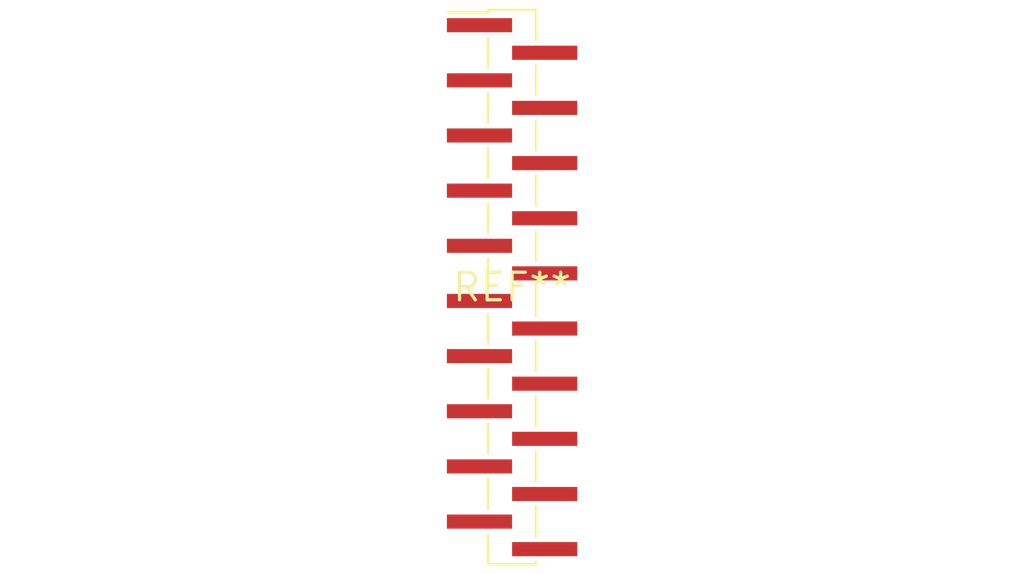
<source format=kicad_pcb>
(kicad_pcb (version 20240108) (generator pcbnew)
  (layers (0 "F.Cu" signal) (31 "B.Cu" signal) (34 "B.Paste" user) (35 "F.Paste" user) (36 "B.SilkS" user "B.Silkscreen") (37 "F.SilkS" user "F.Silkscreen") (38 "B.Mask" user) (39 "F.Mask" user) (44 "Edge.Cuts" user))
  (net 0 "")
  (footprint "PinHeader_1x20_P1.27mm_Vertical_SMD_Pin1Left" (layer "F.Cu") (at 0 0)
    (property "Reference" "REF**")
    (property "Value" "PinHeader_1x20_P1.27mm_Vertical_SMD_Pin1Left")
    (fp_line (start -1.11 -12.76) (end -1.11 -12.65) (layer "F.SilkS") (stroke (width 0.12)))
    (fp_line (start -1.11 -12.76) (end 1.11 -12.76) (layer "F.SilkS") (stroke (width 0.12)))
    (fp_line (start -1.11 -12.65) (end -2.94 -12.65) (layer "F.SilkS") (stroke (width 0.12)))
    (fp_line (start -1.11 -11.48) (end -1.11 -10.11) (layer "F.SilkS") (stroke (width 0.12)))
    (fp_line (start -1.11 -8.94) (end -1.11 -7.57) (layer "F.SilkS") (stroke (width 0.12)))
    (fp_line (start -1.11 -6.4) (end -1.11 -5.03) (layer "F.SilkS") (stroke (width 0.12)))
    (fp_line (start -1.11 -3.86) (end -1.11 -2.49) (layer "F.SilkS") (stroke (width 0.12)))
    (fp_line (start -1.11 -1.32) (end -1.11 0.05) (layer "F.SilkS") (stroke (width 0.12)))
    (fp_line (start -1.11 1.22) (end -1.11 2.59) (layer "F.SilkS") (stroke (width 0.12)))
    (fp_line (start -1.11 3.76) (end -1.11 5.13) (layer "F.SilkS") (stroke (width 0.12)))
    (fp_line (start -1.11 6.3) (end -1.11 7.67) (layer "F.SilkS") (stroke (width 0.12)))
    (fp_line (start -1.11 8.84) (end -1.11 10.21) (layer "F.SilkS") (stroke (width 0.12)))
    (fp_line (start -1.11 11.38) (end -1.11 12.75) (layer "F.SilkS") (stroke (width 0.12)))
    (fp_line (start -1.11 12.76) (end 1.11 12.76) (layer "F.SilkS") (stroke (width 0.12)))
    (fp_line (start 1.11 -12.75) (end 1.11 -11.38) (layer "F.SilkS") (stroke (width 0.12)))
    (fp_line (start 1.11 -10.21) (end 1.11 -8.84) (layer "F.SilkS") (stroke (width 0.12)))
    (fp_line (start 1.11 -7.67) (end 1.11 -6.3) (layer "F.SilkS") (stroke (width 0.12)))
    (fp_line (start 1.11 -5.13) (end 1.11 -3.76) (layer "F.SilkS") (stroke (width 0.12)))
    (fp_line (start 1.11 -2.59) (end 1.11 -1.22) (layer "F.SilkS") (stroke (width 0.12)))
    (fp_line (start 1.11 -0.05) (end 1.11 1.32) (layer "F.SilkS") (stroke (width 0.12)))
    (fp_line (start 1.11 2.49) (end 1.11 3.86) (layer "F.SilkS") (stroke (width 0.12)))
    (fp_line (start 1.11 5.03) (end 1.11 6.4) (layer "F.SilkS") (stroke (width 0.12)))
    (fp_line (start 1.11 7.57) (end 1.11 8.94) (layer "F.SilkS") (stroke (width 0.12)))
    (fp_line (start 1.11 10.11) (end 1.11 11.48) (layer "F.SilkS") (stroke (width 0.12)))
    (fp_line (start 1.11 12.65) (end 1.11 12.76) (layer "F.SilkS") (stroke (width 0.12)))
    (pad "1" smd rect (at -1.5 -12.065) (size 3 0.65) (layers "F.Cu" "F.Paste" "F.Mask"))
    (pad "2" smd rect (at 1.5 -10.795) (size 3 0.65) (layers "F.Cu" "F.Paste" "F.Mask"))
    (pad "3" smd rect (at -1.5 -9.525) (size 3 0.65) (layers "F.Cu" "F.Paste" "F.Mask"))
    (pad "4" smd rect (at 1.5 -8.255) (size 3 0.65) (layers "F.Cu" "F.Paste" "F.Mask"))
    (pad "5" smd rect (at -1.5 -6.985) (size 3 0.65) (layers "F.Cu" "F.Paste" "F.Mask"))
    (pad "6" smd rect (at 1.5 -5.715) (size 3 0.65) (layers "F.Cu" "F.Paste" "F.Mask"))
    (pad "7" smd rect (at -1.5 -4.445) (size 3 0.65) (layers "F.Cu" "F.Paste" "F.Mask"))
    (pad "8" smd rect (at 1.5 -3.175) (size 3 0.65) (layers "F.Cu" "F.Paste" "F.Mask"))
    (pad "9" smd rect (at -1.5 -1.905) (size 3 0.65) (layers "F.Cu" "F.Paste" "F.Mask"))
    (pad "10" smd rect (at 1.5 -0.635) (size 3 0.65) (layers "F.Cu" "F.Paste" "F.Mask"))
    (pad "11" smd rect (at -1.5 0.635) (size 3 0.65) (layers "F.Cu" "F.Paste" "F.Mask"))
    (pad "12" smd rect (at 1.5 1.905) (size 3 0.65) (layers "F.Cu" "F.Paste" "F.Mask"))
    (pad "13" smd rect (at -1.5 3.175) (size 3 0.65) (layers "F.Cu" "F.Paste" "F.Mask"))
    (pad "14" smd rect (at 1.5 4.445) (size 3 0.65) (layers "F.Cu" "F.Paste" "F.Mask"))
    (pad "15" smd rect (at -1.5 5.715) (size 3 0.65) (layers "F.Cu" "F.Paste" "F.Mask"))
    (pad "16" smd rect (at 1.5 6.985) (size 3 0.65) (layers "F.Cu" "F.Paste" "F.Mask"))
    (pad "17" smd rect (at -1.5 8.255) (size 3 0.65) (layers "F.Cu" "F.Paste" "F.Mask"))
    (pad "18" smd rect (at 1.5 9.525) (size 3 0.65) (layers "F.Cu" "F.Paste" "F.Mask"))
    (pad "19" smd rect (at -1.5 10.795) (size 3 0.65) (layers "F.Cu" "F.Paste" "F.Mask"))
    (pad "20" smd rect (at 1.5 12.065) (size 3 0.65) (layers "F.Cu" "F.Paste" "F.Mask"))
  )
)
</source>
